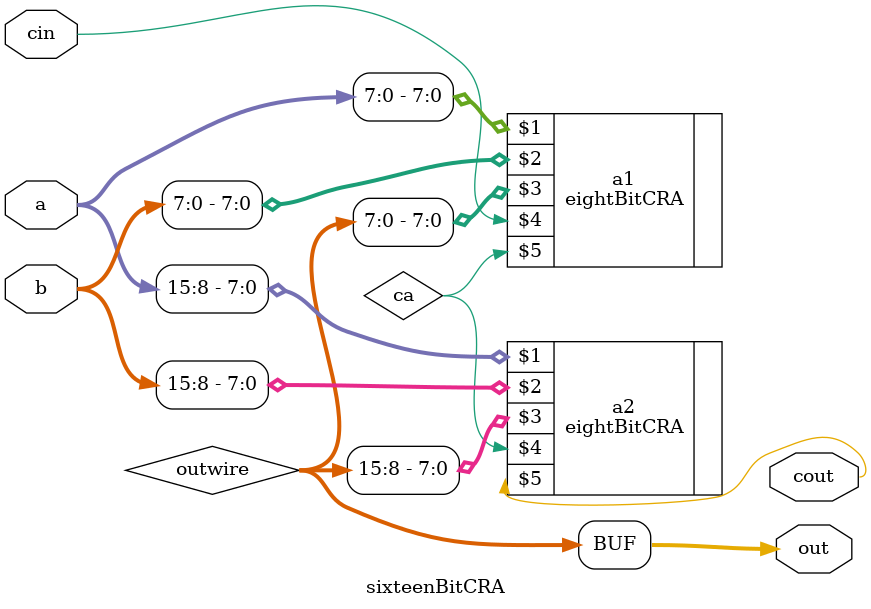
<source format=v>
`timescale 1ns / 1ps


module sixteenBitCRA(a,b,out,cin,cout);
input [15:0] a,b;
input cin;
output [15:0] out;
output cout;

wire [15:0]outwire;
wire ca;

eightBitCRA a1(a[7:0],b[7:0],outwire[7:0],cin,ca);
eightBitCRA a2(a[15:8],b[15:8],outwire[15:8],ca,cout);

assign out = outwire;
endmodule

</source>
